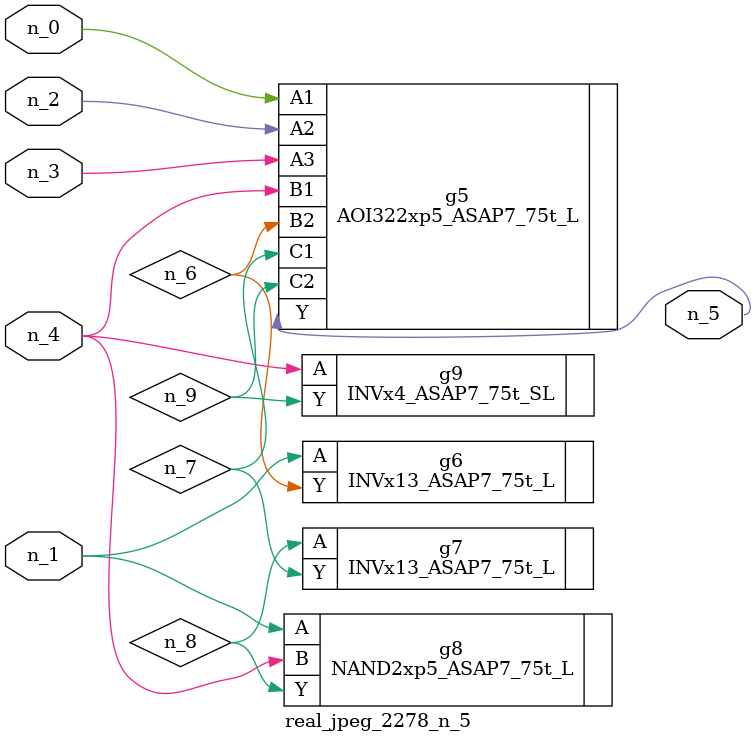
<source format=v>
module real_jpeg_2278_n_5 (n_4, n_0, n_1, n_2, n_3, n_5);

input n_4;
input n_0;
input n_1;
input n_2;
input n_3;

output n_5;

wire n_8;
wire n_6;
wire n_7;
wire n_9;

AOI322xp5_ASAP7_75t_L g5 ( 
.A1(n_0),
.A2(n_2),
.A3(n_3),
.B1(n_4),
.B2(n_6),
.C1(n_7),
.C2(n_9),
.Y(n_5)
);

INVx13_ASAP7_75t_L g6 ( 
.A(n_1),
.Y(n_6)
);

NAND2xp5_ASAP7_75t_L g8 ( 
.A(n_1),
.B(n_4),
.Y(n_8)
);

INVx4_ASAP7_75t_SL g9 ( 
.A(n_4),
.Y(n_9)
);

INVx13_ASAP7_75t_L g7 ( 
.A(n_8),
.Y(n_7)
);


endmodule
</source>
